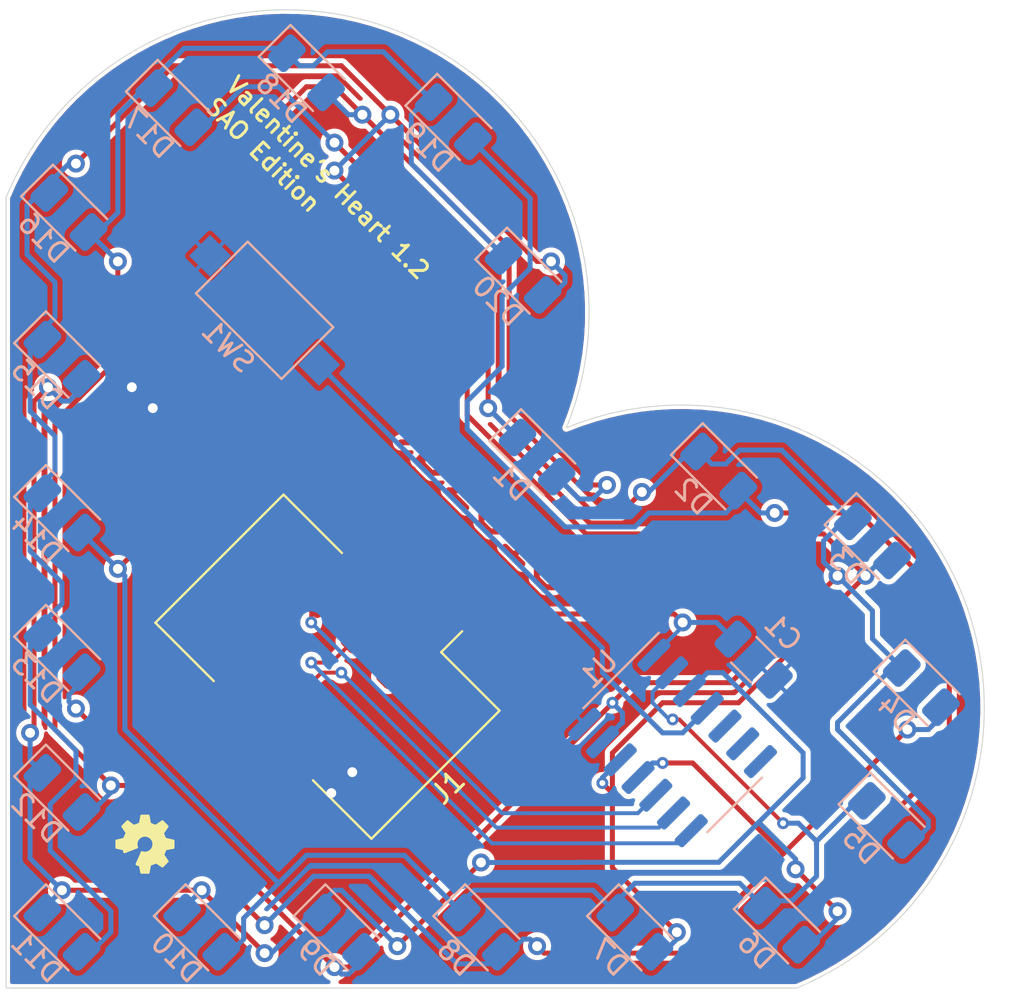
<source format=kicad_pcb>
(kicad_pcb (version 20221018) (generator pcbnew)
  (layers (0 "F.Cu" signal) (31 "B.Cu" signal) (34 "B.Paste" user) (35 "F.Paste" user) (36 "B.SilkS" user "B.Silkscreen") (37 "F.SilkS" user "F.Silkscreen") (38 "B.Mask" user) (39 "F.Mask" user) (44 "Edge.Cuts" user))
  (net 0 "")
  (net 1 "GND")
  (net 2 "/CHARLIEPLEX0")
  (net 3 "/CHARLIEPLEX1")
  (net 4 "/CHARLIEPLEX2")
  (net 5 "/CHARLIEPLEX3")
  (net 6 "/CHARLIEPLEX4")
  (net 7 "/BUTTON")
  (net 8 "+3.3V")
  (net 10 "/SDA")
  (net 11 "/UPDI")
  (net 12 "/SCL")
  (footprint "valentines-heart-punk-r1.2-rotated:OSHW_FILLX100_NOTEXT" (layer "F.Cu") (at 128.983592 122.258359 -45)
    (fp_text reference "LOGO1" hide)
    (fp_text value "OSHW_LOGO_FILLX0100-NT" hide)
  )
  (footprint "Connector_IDC:IDC-Header_2x03_P2.54mm_Vertical_SMD" (layer "F.Cu") (at 140.014492 113.490259 -135)
    (fp_text reference "J1" (at 0 -8.62 45) (layer "F.SilkS"))
    (fp_text value "Conn_02x03_Odd_Even")
    (pad "1" smd roundrect (at -3.8 -2.54 225) (size 5 1.02) (layers "F.Cu" "F.Paste" "F.Mask") (net 8 "+3.3V"))
    (pad "2" smd roundrect (at 3.8 -2.54 225) (size 5 1.02) (layers "F.Cu" "F.Paste" "F.Mask") (net 1 "GND"))
    (pad "3" smd roundrect (at -3.8 0 225) (size 5 1.02) (layers "F.Cu" "F.Paste" "F.Mask") (net 10 "/SDA"))
    (pad "4" smd roundrect (at 3.8 0 225) (size 5 1.02) (layers "F.Cu" "F.Paste" "F.Mask") (net 12 "/SCL"))
    (pad "5" smd roundrect (at -3.8 2.54 225) (size 5 1.02) (layers "F.Cu" "F.Paste" "F.Mask") (net 11 "/UPDI"))
    (pad "6" smd roundrect (at 3.8 2.54 225) (size 5 1.02) (layers "F.Cu" "F.Paste" "F.Mask"))
  )
  (footprint "valentines-heart-punk-r1.2-rotated:RGLOGO_SMALL_2015" (layer "F.Cu") (at 144.610692 103.237159 -45)
    (fp_text reference "U$1" hide)
    (fp_text value "" hide)
    (fp_line (start -1.397 -1.7272) (end -1.397 -1.0922) (stroke (width 0.3048)) (layer "F.Cu"))
    (fp_line (start -1.397 -1.0922) (end -1.0922 -0.7874) (stroke (width 0.3048)) (layer "F.Cu"))
    (fp_line (start -1.397 -0.1524) (end -0.7874 -0.7874) (stroke (width 0.3048)) (layer "F.Cu"))
    (fp_line (start -1.0922 -2.032) (end -1.397 -1.7272) (stroke (width 0.3048)) (layer "F.Cu"))
    (fp_line (start -1.0922 -0.7874) (end -0.7874 -0.7874) (stroke (width 0.3048)) (layer "F.Cu"))
    (fp_line (start -0.7874 -0.7874) (end -0.1524 -0.7874) (stroke (width 0.3048)) (layer "F.Cu"))
    (fp_line (start -0.1524 -2.032) (end -1.0922 -2.032) (stroke (width 0.3048)) (layer "F.Cu"))
    (fp_line (start -0.1524 -1.7272) (end -0.1524 -2.032) (stroke (width 0.3048)) (layer "F.Cu"))
    (fp_line (start -0.1524 -1.7272) (end 0.1524 -2.032) (stroke (width 0.3048)) (layer "F.Cu"))
    (fp_line (start -0.1524 -0.7874) (end -0.1524 -1.7272) (stroke (width 0.3048)) (layer "F.Cu"))
    (fp_line (start -0.1524 -0.4572) (end -0.1524 -0.7874) (stroke (width 0.3048)) (layer "F.Cu"))
    (fp_line (start -0.1524 -0.1524) (end -0.1524 -0.4572) (stroke (width 0.3048)) (layer "F.Cu"))
    (fp_line (start 0.1524 -2.032) (end 0.762 -2.032) (stroke (width 0.3048)) (layer "F.Cu"))
    (fp_line (start 0.1524 -0.1524) (end -0.1524 -0.4572) (stroke (width 0.3048)) (layer "F.Cu"))
    (fp_line (start 0.4572 -1.0922) (end 1.0922 -1.0922) (stroke (width 0.3048)) (layer "F.Cu"))
    (fp_line (start 0.762 -2.032) (end 1.0668 -1.7272) (stroke (width 0.3048)) (layer "F.Cu"))
    (fp_line (start 0.7874 -0.1524) (end 0.1524 -0.1524) (stroke (width 0.3048)) (layer "F.Cu"))
    (fp_line (start 1.0922 -1.0922) (end 1.0922 -0.4826) (stroke (width 0.3048)) (layer "F.Cu"))
    (fp_line (start 1.0922 -0.4826) (end 0.7874 -0.1524) (stroke (width 0.3048)) (layer "F.Cu"))
    (fp_line (start 2.032 -1.6764) (end 2.3622 -2.0066) (stroke (width 0.3048)) (layer "F.Cu"))
    (fp_line (start 2.032 -0.1524) (end 3.2766 -1.3716) (stroke (width 0.3048)) (layer "F.Cu"))
    (fp_line (start 2.3622 -2.0066) (end 2.9718 -2.0066) (stroke (width 0.3048)) (layer "F.Cu"))
    (fp_line (start 2.9718 -2.0066) (end 3.2766 -1.7018) (stroke (width 0.3048)) (layer "F.Cu"))
    (fp_line (start 3.2766 -1.3716) (end 3.2766 -1.6764) (stroke (width 0.3048)) (layer "F.Cu"))
    (fp_line (start 3.2766 -0.1524) (end 2.032 -0.1524) (stroke (width 0.3048)) (layer "F.Cu"))
    (fp_line (start 4.064 -1.6764) (end 4.064 -0.4572) (stroke (width 0.3048)) (layer "F.Cu"))
    (fp_line (start 4.064 -0.4572) (end 5.2578 -1.6764) (stroke (width 0.3048)) (layer "F.Cu"))
    (fp_line (start 4.3688 -1.9812) (end 4.064 -1.6764) (stroke (width 0.3048)) (layer "F.Cu"))
    (fp_line (start 4.3688 -0.1524) (end 4.064 -0.4572) (stroke (width 0.3048)) (layer "F.Cu"))
    (fp_line (start 4.3688 -0.1524) (end 4.9784 -0.1524) (stroke (width 0.3048)) (layer "F.Cu"))
    (fp_line (start 4.9784 -1.9812) (end 4.3688 -1.9812) (stroke (width 0.3048)) (layer "F.Cu"))
    (fp_line (start 4.9784 -0.1524) (end 5.2832 -0.4572) (stroke (width 0.3048)) (layer "F.Cu"))
    (fp_line (start 5.2832 -1.6764) (end 4.9784 -1.9812) (stroke (width 0.3048)) (layer "F.Cu"))
    (fp_line (start 5.2832 -0.4572) (end 5.2832 -1.6764) (stroke (width 0.3048)) (layer "F.Cu"))
    (fp_line (start 6.0642 -0.1524) (end 7.2961 -0.1524) (stroke (width 0.3048)) (layer "F.Cu"))
    (fp_line (start 6.6865 -1.9812) (end 6.0706 -1.3653) (stroke (width 0.3048)) (layer "F.Cu"))
    (fp_line (start 6.6866 -1.9622) (end 6.6866 -0.1715) (stroke (width 0.3048)) (layer "F.Cu"))
    (fp_line (start 8.0264 -1.9812) (end 8.0264 -1.0668) (stroke (width 0.3048)) (layer "F.Cu"))
    (fp_line (start 8.3312 -0.1524) (end 8.0264 -0.4572) (stroke (width 0.3048)) (layer "F.Cu"))
    (fp_line (start 8.6614 -1.3716) (end 8.0264 -1.0668) (stroke (width 0.3048)) (layer "F.Cu"))
    (fp_line (start 8.6614 -1.3716) (end 8.9916 -1.3716) (stroke (width 0.3048)) (layer "F.Cu"))
    (fp_line (start 8.9662 -0.1524) (end 8.3312 -0.1524) (stroke (width 0.3048)) (layer "F.Cu"))
    (fp_line (start 8.9916 -1.3716) (end 9.271 -1.0922) (stroke (width 0.3048)) (layer "F.Cu"))
    (fp_line (start 9.271 -1.9812) (end 8.0264 -1.9812) (stroke (width 0.3048)) (layer "F.Cu"))
    (fp_line (start 9.271 -1.0668) (end 9.271 -0.4572) (stroke (width 0.3048)) (layer "F.Cu"))
    (fp_line (start 9.271 -0.4572) (end 8.9662 -0.1524) (stroke (width 0.3048)) (layer "F.Cu"))
  )
  (footprint "LED_SMD:LED_1206_3216Metric" (layer "B.Cu") (at 140.721592 126.925259 -45)
    (fp_text reference "D9" (at 0 1.82 135) (layer "B.SilkS") (effects (justify mirror)))
    (fp_text value "LED")
    (pad "1" smd roundrect (at -1.4 0 315) (size 1.25 1.75) (layers "B.Cu" "B.Paste" "B.Mask") (roundrect_rratio 0.2) (net 4 "/CHARLIEPLEX2"))
    (pad "2" smd roundrect (at 1.4 0 315) (size 1.25 1.75) (layers "B.Cu" "B.Paste" "B.Mask") (roundrect_rratio 0.2) (net 2 "/CHARLIEPLEX0"))
  )
  (footprint "LED_SMD:LED_1206_3216Metric" (layer "B.Cu") (at 159.813492 103.590759 -45)
    (fp_text reference "D2" (at 0 1.82 135) (layer "B.SilkS") (effects (justify mirror)))
    (fp_text value "LED")
    (pad "1" smd roundrect (at -1.4 0 315) (size 1.25 1.75) (layers "B.Cu" "B.Paste" "B.Mask") (roundrect_rratio 0.2) (net 2 "/CHARLIEPLEX0"))
    (pad "2" smd roundrect (at 1.4 0 315) (size 1.25 1.75) (layers "B.Cu" "B.Paste" "B.Mask") (roundrect_rratio 0.2) (net 4 "/CHARLIEPLEX2"))
  )
  (footprint "LED_SMD:LED_1206_3216Metric" (layer "B.Cu") (at 162.995492 126.571759 -45)
    (fp_text reference "D6" (at 0 1.82 135) (layer "B.SilkS") (effects (justify mirror)))
    (fp_text value "LED")
    (pad "1" smd roundrect (at -1.4 0 315) (size 1.25 1.75) (layers "B.Cu" "B.Paste" "B.Mask") (roundrect_rratio 0.2) (net 3 "/CHARLIEPLEX1"))
    (pad "2" smd roundrect (at 1.4 0 315) (size 1.25 1.75) (layers "B.Cu" "B.Paste" "B.Mask") (roundrect_rratio 0.2) (net 4 "/CHARLIEPLEX2"))
  )
  (footprint "LED_SMD:LED_1206_3216Metric" (layer "B.Cu") (at 132.236292 85.205959 -45)
    (fp_text reference "D17" (at 0 1.82 135) (layer "B.SilkS") (effects (justify mirror)))
    (fp_text value "LED")
    (pad "1" smd roundrect (at -1.4 0 315) (size 1.25 1.75) (layers "B.Cu" "B.Paste" "B.Mask") (roundrect_rratio 0.2) (net 6 "/CHARLIEPLEX4"))
    (pad "2" smd roundrect (at 1.4 0 315) (size 1.25 1.75) (layers "B.Cu" "B.Paste" "B.Mask") (roundrect_rratio 0.2) (net 2 "/CHARLIEPLEX0"))
  )
  (footprint "Capacitor_SMD:C_1206_3216Metric" (layer "B.Cu") (at 161.581292 113.136659 -45)
    (fp_text reference "C1" (at 0.077816 -2.024706 135) (layer "B.SilkS") (effects (justify mirror)))
    (fp_text value "100n")
    (pad "1" smd roundrect (at -1.475 0 315) (size 1.15 1.8) (layers "B.Cu" "B.Paste" "B.Mask") (roundrect_rratio 0.217391) (net 8 "+3.3V"))
    (pad "2" smd roundrect (at 1.475 0 315) (size 1.15 1.8) (layers "B.Cu" "B.Paste" "B.Mask") (roundrect_rratio 0.217391) (net 1 "GND"))
  )
  (footprint "LED_SMD:LED_1206_3216Metric" (layer "B.Cu") (at 149.913992 93.691259 -45)
    (fp_text reference "D20" (at 0 1.82 135) (layer "B.SilkS") (effects (justify mirror)))
    (fp_text value "LED")
    (pad "1" smd roundrect (at -1.4 0 315) (size 1.25 1.75) (layers "B.Cu" "B.Paste" "B.Mask") (roundrect_rratio 0.2) (net 6 "/CHARLIEPLEX4"))
    (pad "2" smd roundrect (at 1.4 0 315) (size 1.25 1.75) (layers "B.Cu" "B.Paste" "B.Mask") (roundrect_rratio 0.2) (net 5 "/CHARLIEPLEX3"))
  )
  (footprint "LED_SMD:LED_1206_3216Metric" (layer "B.Cu") (at 168.298792 121.268459 -45)
    (fp_text reference "D5" (at 0 1.82 135) (layer "B.SilkS") (effects (justify mirror)))
    (fp_text value "LED")
    (pad "1" smd roundrect (at -1.4 0 315) (size 1.25 1.75) (layers "B.Cu" "B.Paste" "B.Mask") (roundrect_rratio 0.2) (net 3 "/CHARLIEPLEX1"))
    (pad "2" smd roundrect (at 1.4 0 315) (size 1.25 1.75) (layers "B.Cu" "B.Paste" "B.Mask") (roundrect_rratio 0.2) (net 2 "/CHARLIEPLEX0"))
  )
  (footprint "LED_SMD:LED_1206_3216Metric" (layer "B.Cu") (at 146.378492 85.913059 -45)
    (fp_text reference "D19" (at 0 1.82 135) (layer "B.SilkS") (effects (justify mirror)))
    (fp_text value "LED")
    (pad "1" smd roundrect (at -1.4 0 315) (size 1.25 1.75) (layers "B.Cu" "B.Paste" "B.Mask") (roundrect_rratio 0.2) (net 6 "/CHARLIEPLEX4"))
    (pad "2" smd roundrect (at 1.4 0 315) (size 1.25 1.75) (layers "B.Cu" "B.Paste" "B.Mask") (roundrect_rratio 0.2) (net 4 "/CHARLIEPLEX2"))
  )
  (footprint "Button_Switch_SMD:SW_SPST_CK_RS282G05A3" (layer "B.Cu") (at 136.832492 95.459059 -45)
    (fp_text reference "SW1" (at 0 2.6 135) (layer "B.SilkS") (effects (justify mirror)))
    (fp_text value "SW_Push")
    (pad "1" smd rect (at -3.9 0 315) (size 1.5 1.5) (layers "B.Cu" "B.Paste" "B.Mask") (net 1 "GND"))
    (pad "2" smd rect (at 3.9 0 315) (size 1.5 1.5) (layers "B.Cu" "B.Paste" "B.Mask") (net 7 "/BUTTON"))
  )
  (footprint "LED_SMD:LED_1206_3216Metric" (layer "B.Cu") (at 147.792692 126.925259 -45)
    (fp_text reference "D8" (at 0 1.82 135) (layer "B.SilkS") (effects (justify mirror)))
    (fp_text value "LED")
    (pad "1" smd roundrect (at -1.4 0 315) (size 1.25 1.75) (layers "B.Cu" "B.Paste" "B.Mask") (roundrect_rratio 0.2) (net 3 "/CHARLIEPLEX1"))
    (pad "2" smd roundrect (at 1.4 0 315) (size 1.25 1.75) (layers "B.Cu" "B.Paste" "B.Mask") (roundrect_rratio 0.2) (net 6 "/CHARLIEPLEX4"))
  )
  (footprint "LED_SMD:LED_1206_3216Metric" (layer "B.Cu") (at 126.579492 112.783159 -45)
    (fp_text reference "D13" (at 0 1.82 135) (layer "B.SilkS") (effects (justify mirror)))
    (fp_text value "LED")
    (pad "1" smd roundrect (at -1.4 0 315) (size 1.25 1.75) (layers "B.Cu" "B.Paste" "B.Mask") (roundrect_rratio 0.2) (net 5 "/CHARLIEPLEX3"))
    (pad "2" smd roundrect (at 1.4 0 315) (size 1.25 1.75) (layers "B.Cu" "B.Paste" "B.Mask") (roundrect_rratio 0.2) (net 2 "/CHARLIEPLEX0"))
  )
  (footprint "LED_SMD:LED_1206_3216Metric" (layer "B.Cu") (at 150.621092 102.883659 -45)
    (fp_text reference "D1" (at 0 1.82 135) (layer "B.SilkS") (effects (justify mirror)))
    (fp_text value "LED")
    (pad "1" smd roundrect (at -1.4 0 315) (size 1.25 1.75) (layers "B.Cu" "B.Paste" "B.Mask") (roundrect_rratio 0.2) (net 2 "/CHARLIEPLEX0"))
    (pad "2" smd roundrect (at 1.4 0 315) (size 1.25 1.75) (layers "B.Cu" "B.Paste" "B.Mask") (roundrect_rratio 0.2) (net 3 "/CHARLIEPLEX1"))
  )
  (footprint "LED_SMD:LED_1206_3216Metric" (layer "B.Cu") (at 126.579492 105.712059 -45)
    (fp_text reference "D14" (at 0 1.82 135) (layer "B.SilkS") (effects (justify mirror)))
    (fp_text value "LED")
    (pad "1" smd roundrect (at -1.4 0 315) (size 1.25 1.75) (layers "B.Cu" "B.Paste" "B.Mask") (roundrect_rratio 0.2) (net 5 "/CHARLIEPLEX3"))
    (pad "2" smd roundrect (at 1.4 0 315) (size 1.25 1.75) (layers "B.Cu" "B.Paste" "B.Mask") (roundrect_rratio 0.2) (net 3 "/CHARLIEPLEX1"))
  )
  (footprint "LED_SMD:LED_1206_3216Metric" (layer "B.Cu") (at 155.570892 126.925259 -45)
    (fp_text reference "D7" (at 0 1.82 135) (layer "B.SilkS") (effects (justify mirror)))
    (fp_text value "LED")
    (pad "1" smd roundrect (at -1.4 0 315) (size 1.25 1.75) (layers "B.Cu" "B.Paste" "B.Mask") (roundrect_rratio 0.2) (net 3 "/CHARLIEPLEX1"))
    (pad "2" smd roundrect (at 1.4 0 315) (size 1.25 1.75) (layers "B.Cu" "B.Paste" "B.Mask") (roundrect_rratio 0.2) (net 5 "/CHARLIEPLEX3"))
  )
  (footprint "LED_SMD:LED_1206_3216Metric" (layer "B.Cu") (at 167.591692 107.126259 -45)
    (fp_text reference "D3" (at 0 1.82 135) (layer "B.SilkS") (effects (justify mirror)))
    (fp_text value "LED")
    (pad "1" smd roundrect (at -1.4 0 315) (size 1.25 1.75) (layers "B.Cu" "B.Paste" "B.Mask") (roundrect_rratio 0.2) (net 2 "/CHARLIEPLEX0"))
    (pad "2" smd roundrect (at 1.4 0 315) (size 1.25 1.75) (layers "B.Cu" "B.Paste" "B.Mask") (roundrect_rratio 0.2) (net 5 "/CHARLIEPLEX3"))
  )
  (footprint "LED_SMD:LED_1206_3216Metric" (layer "B.Cu") (at 126.932992 90.509259 -45)
    (fp_text reference "D16" (at 0 1.82 135) (layer "B.SilkS") (effects (justify mirror)))
    (fp_text value "LED")
    (pad "1" smd roundrect (at -1.4 0 315) (size 1.25 1.75) (layers "B.Cu" "B.Paste" "B.Mask") (roundrect_rratio 0.2) (net 5 "/CHARLIEPLEX3"))
    (pad "2" smd roundrect (at 1.4 0 315) (size 1.25 1.75) (layers "B.Cu" "B.Paste" "B.Mask") (roundrect_rratio 0.2) (net 6 "/CHARLIEPLEX4"))
  )
  (footprint "LED_SMD:LED_1206_3216Metric" (layer "B.Cu") (at 138.953792 83.438259 -45)
    (fp_text reference "D18" (at 0 1.82 135) (layer "B.SilkS") (effects (justify mirror)))
    (fp_text value "LED")
    (pad "1" smd roundrect (at -1.4 0 315) (size 1.25 1.75) (layers "B.Cu" "B.Paste" "B.Mask") (roundrect_rratio 0.2) (net 6 "/CHARLIEPLEX4"))
    (pad "2" smd roundrect (at 1.4 0 315) (size 1.25 1.75) (layers "B.Cu" "B.Paste" "B.Mask") (roundrect_rratio 0.2) (net 3 "/CHARLIEPLEX1"))
  )
  (footprint "LED_SMD:LED_1206_3216Metric" (layer "B.Cu") (at 126.579492 126.925259 -45)
    (fp_text reference "D11" (at 0 1.82 135) (layer "B.SilkS") (effects (justify mirror)))
    (fp_text value "LED")
    (pad "1" smd roundrect (at -1.4 0 315) (size 1.25 1.75) (layers "B.Cu" "B.Paste" "B.Mask") (roundrect_rratio 0.2) (net 4 "/CHARLIEPLEX2"))
    (pad "2" smd roundrect (at 1.4 0 315) (size 1.25 1.75) (layers "B.Cu" "B.Paste" "B.Mask") (roundrect_rratio 0.2) (net 5 "/CHARLIEPLEX3"))
  )
  (footprint "LED_SMD:LED_1206_3216Metric" (layer "B.Cu") (at 133.650492 126.925259 -45)
    (fp_text reference "D10" (at 0 1.82 135) (layer "B.SilkS") (effects (justify mirror)))
    (fp_text value "LED")
    (pad "1" smd roundrect (at -1.4 0 315) (size 1.25 1.75) (layers "B.Cu" "B.Paste" "B.Mask") (roundrect_rratio 0.2) (net 4 "/CHARLIEPLEX2"))
    (pad "2" smd roundrect (at 1.4 0 315) (size 1.25 1.75) (layers "B.Cu" "B.Paste" "B.Mask") (roundrect_rratio 0.2) (net 3 "/CHARLIEPLEX1"))
  )
  (footprint "LED_SMD:LED_1206_3216Metric" (layer "B.Cu") (at 170.066492 114.550959 -45)
    (fp_text reference "D4" (at 0 1.82 135) (layer "B.SilkS") (effects (justify mirror)))
    (fp_text value "LED")
    (pad "1" smd roundrect (at -1.4 0 315) (size 1.25 1.75) (layers "B.Cu" "B.Paste" "B.Mask") (roundrect_rratio 0.2) (net 2 "/CHARLIEPLEX0"))
    (pad "2" smd roundrect (at 1.4 0 315) (size 1.25 1.75) (layers "B.Cu" "B.Paste" "B.Mask") (roundrect_rratio 0.2) (net 6 "/CHARLIEPLEX4"))
  )
  (footprint "Package_SO:SOIC-14_3.9x8.7mm_P1.27mm" (layer "B.Cu") (at 157.48 117.348 -135)
    (fp_text reference "U1" (at 0 5.28 45) (layer "B.SilkS") (effects (justify mirror)))
    (fp_text value "ATtiny3224-SS")
    (pad "1" smd roundrect (at -2.475 3.81 225) (size 1.95 0.6) (layers "B.Cu" "B.Paste" "B.Mask") (net 8 "+3.3V"))
    (pad "2" smd roundrect (at -2.475 2.54 225) (size 1.95 0.6) (layers "B.Cu" "B.Paste" "B.Mask") (net 3 "/CHARLIEPLEX1"))
    (pad "3" smd roundrect (at -2.475 1.27 225) (size 1.95 0.6) (layers "B.Cu" "B.Paste" "B.Mask") (net 4 "/CHARLIEPLEX2"))
    (pad "4" smd roundrect (at -2.475 0 225) (size 1.95 0.6) (layers "B.Cu" "B.Paste" "B.Mask") (net 7 "/BUTTON"))
    (pad "5" smd roundrect (at -2.475 -1.27 225) (size 1.95 0.6) (layers "B.Cu" "B.Paste" "B.Mask"))
    (pad "6" smd roundrect (at -2.475 -2.54 225) (size 1.95 0.6) (layers "B.Cu" "B.Paste" "B.Mask"))
    (pad "7" smd roundrect (at -2.475 -3.81 225) (size 1.95 0.6) (layers "B.Cu" "B.Paste" "B.Mask"))
    (pad "8" smd roundrect (at 2.475 -3.81 225) (size 1.95 0.6) (layers "B.Cu" "B.Paste" "B.Mask") (net 10 "/SDA"))
    (pad "9" smd roundrect (at 2.475 -2.54 225) (size 1.95 0.6) (layers "B.Cu" "B.Paste" "B.Mask") (net 12 "/SCL"))
    (pad "10" smd roundrect (at 2.475 -1.27 225) (size 1.95 0.6) (layers "B.Cu" "B.Paste" "B.Mask") (net 11 "/UPDI"))
    (pad "11" smd roundrect (at 2.475 0 225) (size 1.95 0.6) (layers "B.Cu" "B.Paste" "B.Mask") (net 6 "/CHARLIEPLEX4"))
    (pad "12" smd roundrect (at 2.475 1.27 225) (size 1.95 0.6) (layers "B.Cu" "B.Paste" "B.Mask") (net 5 "/CHARLIEPLEX3"))
    (pad "13" smd roundrect (at 2.475 2.54 225) (size 1.95 0.6) (layers "B.Cu" "B.Paste" "B.Mask") (net 2 "/CHARLIEPLEX0"))
    (pad "14" smd roundrect (at 2.475 3.81 225) (size 1.95 0.6) (layers "B.Cu" "B.Paste" "B.Mask") (net 1 "GND"))
  )
  (footprint "LED_SMD:LED_1206_3216Metric" (layer "B.Cu") (at 126.579492 97.933859 -45)
    (fp_text reference "D15" (at 0 1.82 135) (layer "B.SilkS") (effects (justify mirror)))
    (fp_text value "LED")
    (pad "1" smd roundrect (at -1.4 0 315) (size 1.25 1.75) (layers "B.Cu" "B.Paste" "B.Mask") (roundrect_rratio 0.2) (net 5 "/CHARLIEPLEX3"))
    (pad "2" smd roundrect (at 1.4 0 315) (size 1.25 1.75) (layers "B.Cu" "B.Paste" "B.Mask") (roundrect_rratio 0.2) (net 4 "/CHARLIEPLEX2"))
  )
  (footprint "LED_SMD:LED_1206_3216Metric" (layer "B.Cu") (at 126.579492 119.854259 -45)
    (fp_text reference "D12" (at 0 1.82 135) (layer "B.SilkS") (effects (justify mirror)))
    (fp_text value "LED")
    (pad "1" smd roundrect (at -1.4 0 315) (size 1.25 1.75) (layers "B.Cu" "B.Paste" "B.Mask") (roundrect_rratio 0.2) (net 4 "/CHARLIEPLEX2"))
    (pad "2" smd roundrect (at 1.4 0 315) (size 1.25 1.75) (layers "B.Cu" "B.Paste" "B.Mask") (roundrect_rratio 0.2) (net 6 "/CHARLIEPLEX4"))
  )
  (gr_line (start 123.751092 129.753659) (end 123.751092 89.753859) (stroke (width 0.05)) (layer "Edge.Cuts"))
  (gr_arc (start 152.10099 101.40376) (mid 172.100941 109.753738) (end 163.750892 129.753659) (stroke (width 0.05)) (layer "Edge.Cuts"))
  (gr_arc (start 123.751091 89.753859) (mid 143.751053 81.403709) (end 152.100992 101.403759) (stroke (width 0.05)) (layer "Edge.Cuts"))
  (gr_line (start 163.750892 129.753659) (end 123.751092 129.753659) (stroke (width 0.05)) (layer "Edge.Cuts"))
  (gr_text "Valentine's Heart 1.2" (at 134.711192 84.145359 315) (layer "F.SilkS") (effects (font (size 0.8636 0.8636) (thickness 0.1524)) (justify left bottom)))
  (gr_text "SAO Edition" (at 133.650492 85.205959 315) (layer "F.SilkS") (effects (font (size 0.8636 0.8636) (thickness 0.1524)) (justify left bottom)))
  (via (at 140.208 119.888) (size 0.9064) (drill 0.5) (layers "F.Cu" "B.Cu") (net 1))
  (via (at 141.2687 118.8274) (size 0.9064) (drill 0.5) (layers "F.Cu" "B.Cu") (net 1))
  (via (at 130.114992 99.348159) (size 0.9064) (drill 0.5) (layers "F.Cu" "B.Cu") (net 1))
  (via (at 131.175692 100.408759) (size 0.9064) (drill 0.5) (layers "F.Cu" "B.Cu") (net 1))
  (segment (start 148.146192 94.751959) (end 140.368092 86.973759) (width 0.254) (layer "F.Cu") (net 2))
  (segment (start 141.075192 128.693059) (end 154.510192 115.258059) (width 0.254) (layer "F.Cu") (net 2))
  (segment (start 154.510192 115.258059) (end 154.489941 115.258059) (width 0.254) (layer "F.Cu") (net 2))
  (segment (start 155.924392 104.651459) (end 154.863692 105.712059) (width 0.254) (layer "F.Cu") (net 2))
  (segment (start 127.286592 115.611559) (end 140.368092 128.693059) (width 0.254) (layer "F.Cu") (net 2))
  (segment (start 154.489941 115.258059) (end 154.432 115.316) (width 0.254) (layer "F.Cu") (net 2))
  (segment (start 165.823892 108.894059) (end 160.417951 114.3) (width 0.254) (layer "F.Cu") (net 2))
  (segment (start 140.368092 128.693059) (end 141.075192 128.693059) (width 0.254) (layer "F.Cu") (net 2))
  (segment (start 148.146192 100.408759) (end 148.146192 94.751959) (width 0.254) (layer "F.Cu") (net 2))
  (segment (start 155.448 114.3) (end 154.489941 115.258059) (width 0.254) (layer "F.Cu") (net 2))
  (segment (start 154.863692 105.712059) (end 153.449492 105.712059) (width 0.254) (layer "F.Cu") (net 2))
  (segment (start 160.417951 114.3) (end 155.448 114.3) (width 0.254) (layer "F.Cu") (net 2))
  (segment (start 153.449492 105.712059) (end 148.146192 100.408759) (width 0.254) (layer "F.Cu") (net 2))
  (via (at 127.286592 115.611559) (size 0.9064) (drill 0.5) (layers "F.Cu" "B.Cu") (net 2))
  (via (at 154.432 115.316) (size 0.6) (drill 0.3) (layers "F.Cu" "B.Cu") (net 2))
  (via (at 165.823892 108.894059) (size 0.9064) (drill 0.5) (layers "F.Cu" "B.Cu") (net 2))
  (via (at 140.368092 128.693059) (size 0.9064) (drill 0.5) (layers "F.Cu" "B.Cu") (net 2))
  (via (at 155.924392 104.651459) (size 0.9064) (drill 0.5) (layers "F.Cu" "B.Cu") (net 2))
  (via (at 140.368092 86.973759) (size 0.9064) (drill 0.5) (layers "F.Cu" "B.Cu") (net 2))
  (via (at 148.146192 100.408759) (size 0.9064) (drill 0.5) (layers "F.Cu" "B.Cu") (net 2))
  (segment (start 148.146192 100.408759) (end 149.383657 101.646225) (width 0.254) (layer "B.Cu") (net 2))
  (segment (start 159.459892 103.237159) (end 158.576057 102.353325) (width 0.254) (layer "B.Cu") (net 2))
  (segment (start 154.903897 116.332) (end 153.933859 117.302038) (width 0.254) (layer "B.Cu") (net 2))
  (segment (start 135.771892 84.145359) (end 133.473729 86.443397) (width 0.254) (layer "B.Cu") (net 2))
  (segment (start 167.591692 112.076059) (end 168.829057 113.313525) (width 0.254) (layer "B.Cu") (net 2))
  (segment (start 165.823892 116.318659) (end 165.823892 116.672259) (width 0.254) (layer "B.Cu") (net 2))
  (segment (start 160.166992 103.237159) (end 159.459892 103.237159) (width 0.254) (layer "B.Cu") (net 2))
  (segment (start 166.354257 105.888825) (end 162.995492 102.530059) (width 0.254) (layer "B.Cu") (net 2))
  (segment (start 160.874192 102.530059) (end 160.166992 103.237159) (width 0.254) (layer "B.Cu") (net 2))
  (segment (start 165.823892 108.894059) (end 167.591692 110.661859) (width 0.254) (layer "B.Cu") (net 2))
  (segment (start 158.576057 102.353325) (end 156.277992 104.651459) (width 0.254) (layer "B.Cu") (net 2))
  (segment (start 154.94 116.332) (end 154.903897 116.332) (width 0.254) (layer "B.Cu") (net 2))
  (segment (start 140.368092 128.693059) (end 140.721592 129.046559) (width 0.254) (layer "B.Cu") (net 2))
  (segment (start 162.995492 102.530059) (end 160.874192 102.530059) (width 0.254) (layer "B.Cu") (net 2))
  (segment (start 165.116792 108.186959) (end 165.116792 107.126259) (width 0.254) (layer "B.Cu") (net 2))
  (segment (start 140.368092 86.973759) (end 137.539592 84.145359) (width 0.254) (layer "B.Cu") (net 2))
  (segment (start 165.823892 108.894059) (end 165.116792 108.186959) (width 0.254) (layer "B.Cu") (net 2))
  (segment (start 154.94 115.824) (end 154.94 116.332) (width 0.254) (layer "B.Cu") (net 2))
  (segment (start 156.277992 104.651459) (end 155.924392 104.651459) (width 0.254) (layer "B.Cu") (net 2))
  (segment (start 127.286592 115.611559) (end 126.932992 115.258059) (width 0.254) (layer "B.Cu") (net 2))
  (segment (start 154.432 115.316) (end 154.94 115.824) (width 0.254) (layer "B.Cu") (net 2))
  (segment (start 170.420092 121.621959) (end 169.536229 122.505897) (width 0.254) (layer "B.Cu") (net 2))
  (segment (start 126.932992 115.258059) (end 126.932992 114.904459) (width 0.254) (layer "B.Cu") (net 2))
  (segment (start 141.075192 129.046559) (end 141.959029 128.162697) (width 0.254) (layer "B.Cu") (net 2))
  (segment (start 167.591692 110.661859) (end 167.591692 112.076059) (width 0.254) (layer "B.Cu") (net 2))
  (segment (start 165.116792 107.126259) (end 166.354257 105.888825) (width 0.254) (layer "B.Cu") (net 2))
  (segment (start 126.932992 114.904459) (end 127.816929 114.020597) (width 0.254) (layer "B.Cu") (net 2))
  (segment (start 165.823892 116.672259) (end 170.420092 121.268459) (width 0.254) (layer "B.Cu") (net 2))
  (segment (start 168.829057 113.313525) (end 165.823892 116.318659) (width 0.254) (layer "B.Cu") (net 2))
  (segment (start 140.721592 129.046559) (end 141.075192 129.046559) (width 0.254) (layer "B.Cu") (net 2))
  (segment (start 137.539592 84.145359) (end 135.771892 84.145359) (width 0.254) (layer "B.Cu") (net 2))
  (segment (start 170.420092 121.268459) (end 170.420092 121.621959) (width 0.254) (layer "B.Cu") (net 2))
  (segment (start 132.943392 105.004959) (end 132.943392 99.348159) (width 0.254) (layer "F.Cu") (net 3))
  (segment (start 140.368092 84.145359) (end 141.782292 85.559559) (width 0.254) (layer "F.Cu") (net 3))
  (segment (start 157.48 116.1595) (end 157.8155 116.1595) (width 0.2) (layer "F.Cu") (net 3))
  (segment (start 149.206892 100.055259) (end 153.449492 104.297859) (width 0.254) (layer "F.Cu") (net 3))
  (segment (start 130.822092 97.226759) (end 130.822092 92.277059) (width 0.254) (layer "F.Cu") (net 3))
  (segment (start 141.782292 85.559559) (end 149.206892 92.984159) (width 0.254) (layer "F.Cu") (net 3))
  (segment (start 132.943392 99.348159) (end 130.822092 97.226759) (width 0.254) (layer "F.Cu") (net 3))
  (segment (start 138.953792 84.145359) (end 140.368092 84.145359) (width 0.254) (layer "F.Cu") (net 3))
  (segment (start 129.407892 108.540459) (end 132.943392 105.004959) (width 0.254) (layer "F.Cu") (net 3))
  (segment (start 149.206892 92.984159) (end 149.206892 100.055259) (width 0.254) (layer "F.Cu") (net 3))
  (segment (start 157.8155 116.1595) (end 163.068 121.412) (width 0.2) (layer "F.Cu") (net 3))
  (segment (start 130.822092 92.277059) (end 138.953792 84.145359) (width 0.254) (layer "F.Cu") (net 3))
  (segment (start 153.449492 104.297859) (end 154.156592 104.297859) (width 0.254) (layer "F.Cu") (net 3))
  (via (at 141.782292 85.559559) (size 0.9064) (drill 0.5) (layers "F.Cu" "B.Cu") (net 3))
  (via (at 163.068 121.412) (size 0.6) (drill 0.3) (layers "F.Cu" "B.Cu") (net 3))
  (via (at 129.407892 108.540459) (size 0.9064) (drill 0.5) (layers "F.Cu" "B.Cu") (net 3))
  (via (at 154.156592 104.297859) (size 0.9064) (drill 0.5) (layers "F.Cu" "B.Cu") (net 3))
  (via (at 157.48 116.1595) (size 0.6) (drill 0.3) (layers "F.Cu" "B.Cu") (net 3))
  (segment (start 129.761492 108.894059) (end 129.407892 108.540459) (width 0.254) (layer "B.Cu") (net 3))
  (segment (start 129.407892 108.540459) (end 127.816929 106.949497) (width 0.254) (layer "B.Cu") (net 3))
  (segment (start 164.763192 124.096859) (end 164.763192 122.477559) (width 0.254) (layer "B.Cu") (net 3))
  (segment (start 164.763192 122.477559) (end 164.749092 122.477559) (width 0.254) (layer "B.Cu") (net 3))
  (segment (start 160.874192 124.450359) (end 161.758057 125.334325) (width 0.254) (layer "B.Cu") (net 3))
  (segment (start 153.449492 124.803959) (end 154.333457 125.687825) (width 0.254) (layer "B.Cu") (net 3))
  (segment (start 137.539592 124.450359) (end 138.953792 123.036159) (width 0.254) (layer "B.Cu") (net 3))
  (segment (start 154.156592 104.297859) (end 153.449492 105.004959) (width 0.254) (layer "B.Cu") (net 3))
  (segment (start 156.464 115.316) (end 156.972 115.824) (width 0.2) (layer "B.Cu") (net 3))
  (segment (start 147.439092 124.803959) (end 153.449492 124.803959) (width 0.254) (layer "B.Cu") (net 3))
  (segment (start 152.742392 105.004959) (end 151.858529 104.121097) (width 0.254) (layer "B.Cu") (net 3))
  (segment (start 135.771892 126.218159) (end 137.539592 124.450359) (width 0.254) (layer "B.Cu") (net 3))
  (segment (start 138.953792 123.036159) (end 143.903592 123.036159) (width 0.254) (layer "B.Cu") (net 3))
  (segment (start 156.972 115.824) (end 157.3075 116.1595) (width 0.2) (layer "B.Cu") (net 3))
  (segment (start 154.333457 125.687825) (end 155.570892 124.450359) (width 0.254) (layer "B.Cu") (net 3))
  (segment (start 143.903592 123.036159) (end 146.555257 125.687825) (width 0.254) (layer "B.Cu") (net 3))
  (segment (start 155.570892 124.450359) (end 160.874192 124.450359) (width 0.254) (layer "B.Cu") (net 3))
  (segment (start 146.555257 125.687825) (end 147.439092 124.803959) (width 0.254) (layer "B.Cu") (net 3))
  (segment (start 153.449492 105.004959) (end 152.742392 105.004959) (width 0.254) (layer "B.Cu") (net 3))
  (segment (start 135.771892 127.278859) (end 135.771892 126.218159) (width 0.254) (layer "B.Cu") (net 3))
  (segment (start 164.763192 122.329059) (end 163.846133 121.412) (width 0.254) (layer "B.Cu") (net 3))
  (segment (start 141.782292 85.559559) (end 141.075192 85.559559) (width 0.254) (layer "B.Cu") (net 3))
  (segment (start 164.763192 122.329059) (end 167.061357 120.031025) (width 0.254) (layer "B.Cu") (net 3))
  (segment (start 163.846133 121.412) (end 163.068 121.412) (width 0.254) (layer "B.Cu") (net 3))
  (segment (start 157.434038 113.801859) (end 156.464 114.771897) (width 0.2) (layer "B.Cu") (net 3))
  (segment (start 137.539592 124.450359) (end 129.761492 116.672259) (width 0.254) (layer "B.Cu") (net 3))
  (segment (start 134.887929 128.162697) (end 135.771892 127.278859) (width 0.254) (layer "B.Cu") (net 3))
  (segment (start 156.464 114.771897) (end 156.464 115.316) (width 0.2) (layer "B.Cu") (net 3))
  (segment (start 129.761492 116.672259) (end 129.761492 108.894059) (width 0.254) (layer "B.Cu") (net 3))
  (segment (start 157.3075 116.1595) (end 157.48 116.1595) (width 0.2) (layer "B.Cu") (net 3))
  (segment (start 141.075192 85.559559) (end 140.191229 84.675697) (width 0.254) (layer "B.Cu") (net 3))
  (segment (start 163.525792 125.334259) (end 164.763192 124.096859) (width 0.254) (layer "B.Cu") (net 3))
  (segment (start 164.763192 122.477559) (end 164.763192 122.329059) (width 0.254) (layer "B.Cu") (net 3))
  (segment (start 161.758057 125.334325) (end 163.525792 125.334259) (width 0.254) (layer "B.Cu") (net 3))
  (segment (start 171.480792 118.086459) (end 171.480792 113.136659) (width 0.254) (layer "F.Cu") (net 4))
  (segment (start 166.884592 105.712059) (end 162.641892 105.712059) (width 0.254) (layer "F.Cu") (net 4))
  (segment (start 124.968 116.84) (end 125.165292 116.642708) (width 0.254) (layer "F.Cu") (net 4))
  (segment (start 169.712992 111.368959) (end 169.712992 108.540459) (width 0.254) (layer "F.Cu") (net 4))
  (segment (start 163.702592 123.743259) (end 164.763192 124.803959) (width 0.254) (layer "F.Cu") (net 4))
  (segment (start 143.549992 127.632359) (end 147.783144 123.399207) (width 0.254) (layer "F.Cu") (net 4))
  (segment (start 125.165292 100.055259) (end 125.872392 99.348159) (width 0.254) (layer "F.Cu") (net 4))
  (segment (start 125.165292 116.642708) (end 125.165292 100.055259) (width 0.254) (layer "F.Cu") (net 4))
  (segment (start 164.763192 124.803959) (end 165.823892 125.864659) (width 0.254) (layer "F.Cu") (net 4))
  (segment (start 164.763192 124.803959) (end 171.480792 118.086459) (width 0.254) (layer "F.Cu") (net 4))
  (segment (start 133.650492 124.803959) (end 136.832492 127.985959) (width 0.254) (layer "F.Cu") (net 4))
  (segment (start 171.480792 113.136659) (end 169.712992 111.368959) (width 0.254) (layer "F.Cu") (net 4))
  (segment (start 147.783144 123.399207) (end 147.783207 123.399207) (width 0.254) (layer "F.Cu") (net 4))
  (segment (start 126.579492 124.803959) (end 133.650492 124.803959) (width 0.254) (layer "F.Cu") (net 4))
  (segment (start 169.712992 108.540459) (end 166.884592 105.712059) (width 0.254) (layer "F.Cu") (net 4))
  (via (at 125.872392 99.348159) (size 0.9064) (drill 0.5) (layers "F.Cu" "B.Cu") (net 4))
  (via (at 126.579492 124.803959) (size 0.9064) (drill 0.5) (layers "F.Cu" "B.Cu") (net 4))
  (via (at 136.832492 127.985959) (size 0.9064) (drill 0.5) (layers "F.Cu" "B.Cu") (net 4))
  (via (at 163.702592 123.743259) (size 0.9064) (drill 0.5) (layers "F.Cu" "B.Cu") (net 4))
  (via (at 133.650492 124.803959) (size 0.9064) (drill 0.5) (layers "F.Cu" "B.Cu") (net 4))
  (via (at 165.823892 125.864659) (size 0.9064) (drill 0.5) (layers "F.Cu" "B.Cu") (net 4))
  (via (at 143.549992 127.632359) (size 0.9064) (drill 0.5) (layers "F.Cu" "B.Cu") (net 4))
  (via (at 147.783207 123.399207) (size 0.9064) (drill 0.5) (layers "F.Cu" "B.Cu") (net 4))
  (via (at 124.968 116.84) (size 0.9064) (drill 0.5) (layers "F.Cu" "B.Cu") (net 4))
  (via (at 162.641892 105.712059) (size 0.9064) (drill 0.5) (layers "F.Cu" "B.Cu") (net 4))
  (segment (start 164.084 117.856) (end 160.02 113.792) (width 0.254) (layer "B.Cu") (net 4))
  (segment (start 132.766692 125.687859) (end 132.413057 125.687825) (width 0.254) (layer "B.Cu") (net 4))
  (segment (start 124.968 116.84) (end 124.968 118.242768) (width 0.254) (layer "B.Cu") (net 4))
  (segment (start 161.839392 121.363859) (end 164.084 119.119251) (width 0.254) (layer "B.Cu") (net 4))
  (segment (start 126.932992 100.055259) (end 127.816929 99.171297) (width 0.254) (layer "B.Cu") (net 4))
  (segment (start 133.650492 124.803959) (end 132.766692 125.687859) (width 0.254) (layer "B.Cu") (net 4))
  (segment (start 152.742492 123.389759) (end 159.813492 123.389759) (width 0.254) (layer "B.Cu") (net 4))
  (segment (start 148.853292 98.287459) (end 148.853292 94.751959) (width 0.254) (layer "B.Cu") (net 4))
  (segment (start 161.050929 104.828197) (end 160.166992 105.712059) (width 0.254) (layer "B.Cu") (net 4))
  (segment (start 159.813492 123.389759) (end 161.839392 121.363859) (width 0.254) (layer "B.Cu") (net 4))
  (segment (start 165.823892 125.864659) (end 165.823892 126.218159) (width 0.254) (layer "B.Cu") (net 4))
  (segment (start 150.267592 89.802159) (end 147.615929 87.150497) (width 0.254) (layer "B.Cu") (net 4))
  (segment (start 155.570892 106.419159) (end 152.035292 106.419159) (width 0.254) (layer "B.Cu") (net 4))
  (segment (start 139.484157 125.687825) (end 140.368092 124.803959) (width 0.254) (layer "B.Cu") (net 4))
  (segment (start 163.702592 123.227159) (end 163.702592 123.743259) (width 0.254) (layer "B.Cu") (net 4))
  (segment (start 124.968 123.192467) (end 126.579492 124.803959) (width 0.254) (layer "B.Cu") (net 4))
  (segment (start 161.934792 105.712059) (end 161.050929 104.828197) (width 0.254) (layer "B.Cu") (net 4))
  (segment (start 147.783207 123.399207) (end 152.733044 123.399207) (width 0.254) (layer "B.Cu") (net 4))
  (segment (start 140.721592 124.803959) (end 143.549992 127.632359) (width 0.254) (layer "B.Cu") (net 4))
  (segment (start 165.823892 126.218159) (end 164.232929 127.809197) (width 0.254) (layer "B.Cu") (net 4))
  (segment (start 160.02 113.792) (end 159.239949 113.792) (width 0.254) (layer "B.Cu") (net 4))
  (segment (start 124.968 118.990882) (end 124.968 123.192467) (width 0.254) (layer "B.Cu") (net 4))
  (segment (start 156.277992 105.712059) (end 155.570892 106.419159) (width 0.254) (layer "B.Cu") (net 4))
  (segment (start 125.342057 118.616825) (end 124.968 118.990882) (width 0.254) (layer "B.Cu") (net 4))
  (segment (start 162.641892 105.712059) (end 161.934792 105.712059) (width 0.254) (layer "B.Cu") (net 4))
  (segment (start 161.839392 121.363859) (end 163.702592 123.227159) (width 0.254) (layer "B.Cu") (net 4))
  (segment (start 159.239949 113.792) (end 158.332064 114.699885) (width 0.254) (layer "B.Cu") (net 4))
  (segment (start 136.832492 127.985959) (end 137.186092 127.985959) (width 0.254) (layer "B.Cu") (net 4))
  (segment (start 126.579492 100.055259) (end 126.932992 100.055259) (width 0.254) (layer "B.Cu") (net 4))
  (segment (start 137.186092 127.985959) (end 139.484157 125.687825) (width 0.254) (layer "B.Cu") (net 4))
  (segment (start 125.342057 125.687825) (end 125.695592 125.687859) (width 0.254) (layer "B.Cu") (net 4))
  (segment (start 147.085592 101.469459) (end 147.085592 100.055259) (width 0.254) (layer "B.Cu") (net 4))
  (segment (start 150.267592 93.337759) (end 150.267592 89.802159) (width 0.254) (layer "B.Cu") (net 4))
  (segment (start 147.085592 100.055259) (end 148.853292 98.287459) (width 0.254) (layer "B.Cu") (net 4))
  (segment (start 140.368092 124.803959) (end 140.721592 124.803959) (width 0.254) (layer "B.Cu") (net 4))
  (segment (start 152.733044 123.399207) (end 152.742492 123.389759) (width 0.254) (layer "B.Cu") (net 4))
  (segment (start 160.166992 105.712059) (end 156.277992 105.712059) (width 0.254) (layer "B.Cu") (net 4))
  (segment (start 148.853292 94.751959) (end 150.267592 93.337759) (width 0.254) (layer "B.Cu") (net 4))
  (segment (start 125.695592 125.687859) (end 126.579492 124.803959) (width 0.254) (layer "B.Cu") (net 4))
  (segment (start 125.872392 99.348159) (end 126.579492 100.055259) (width 0.254) (layer "B.Cu") (net 4))
  (segment (start 164.084 119.119251) (end 164.084 117.856) (width 0.254) (layer "B.Cu") (net 4))
  (segment (start 124.968 118.242768) (end 125.342057 118.616825) (width 0.254) (layer "B.Cu") (net 4))
  (segment (start 152.035292 106.419159) (end 147.085592 101.469459) (width 0.254) (layer "B.Cu") (net 4))
  (segment (start 165.116792 106.772759) (end 167.238092 108.894059) (width 0.254) (layer "F.Cu") (net 5))
  (segment (start 150.621092 92.984159) (end 151.328192 92.984159) (width 0.254) (layer "F.Cu") (net 5))
  (segment (start 132.236292 83.084659) (end 140.721592 83.084659) (width 0.254) (layer "F.Cu") (net 5))
  (segment (start 156.972 115.316) (end 154.432 117.856) (width 0.254) (layer "F.Cu") (net 5))
  (segment (start 147.085592 100.762359) (end 153.095992 106.772759) (width 0.254) (layer "F.Cu") (net 5))
  (segment (start 154.432 117.856) (end 154.432 119.888) (width 0.254) (layer "F.Cu") (net 5))
  (segment (start 147.085592 95.105459) (end 147.085592 100.762359) (width 0.254) (layer "F.Cu") (net 5))
  (segment (start 154.432 119.888) (end 154.432 123.665067) (width 0.254) (layer "F.Cu") (net 5))
  (segment (start 127.286592 88.034359) (end 132.236292 83.084659) (width 0.254) (layer "F.Cu") (net 5))
  (segment (start 140.368092 88.387959) (end 147.085592 95.105459) (width 0.254) (layer "F.Cu") (net 5))
  (segment (start 154.432 119.888) (end 153.924 119.38) (width 0.254) (layer "F.Cu") (net 5))
  (segment (start 167.238092 108.894059) (end 160.816151 115.316) (width 0.254) (layer "F.Cu") (net 5))
  (segment (start 154.432 123.665067) (end 157.692192 126.925259) (width 0.254) (layer "F.Cu") (net 5))
  (segment (start 143.196492 85.559559) (end 150.621092 92.984159) (width 0.254) (layer "F.Cu") (net 5))
  (segment (start 153.095992 106.772759) (end 165.116792 106.772759) (width 0.254) (layer "F.Cu") (net 5))
  (segment (start 160.816151 115.316) (end 156.972 115.316) (width 0.254) (layer "F.Cu") (net 5))
  (segment (start 140.721592 83.084659) (end 143.196492 85.559559) (width 0.254) (layer "F.Cu") (net 5))
  (via (at 143.196492 85.559559) (size 0.9064) (drill 0.5) (layers "F.Cu" "B.Cu") (net 5))
  (via (at 151.328192 92.984159) (size 0.9064) (drill 0.5) (layers "F.Cu" "B.Cu") (net 5))
  (via (at 167.238092 108.894059) (size 0.9064) (drill 0.5) (layers "F.Cu" "B.Cu") (net 5))
  (via (at 127.286592 88.034359) (size 0.9064) (drill 0.5) (layers "F.Cu" "B.Cu") (net 5))
  (via (at 140.368092 88.387959) (size 0.9064) (drill 0.5) (layers "F.Cu" "B.Cu") (net 5))
  (via (at 157.692192 126.925259) (size 0.9064) (drill 0.5) (layers "F.Cu" "B.Cu") (net 5))
  (via (at 153.924 119.38) (size 0.6) (drill 0.3) (layers "F.Cu" "B.Cu") (net 5))
  (segment (start 153.924 119.38) (end 153.924 119.107949) (width 0.254) (layer "B.Cu") (net 5))
  (segment (start 124.968 97.070482) (end 125.342057 96.696425) (width 0.254) (layer "B.Cu") (net 5))
  (segment (start 124.968 107.636167) (end 124.968 104.848682) (width 0.254) (layer "B.Cu") (net 5))
  (segment (start 126.579492 110.308259) (end 126.579492 109.247659) (width 0.254) (layer "B.Cu") (net 5))
  (segment (start 124.811692 92.630559) (end 124.811692 90.155759) (width 0.254) (layer "B.Cu") (net 5))
  (segment (start 129.054392 126.925259) (end 129.054392 125.864659) (width 0.254) (layer "B.Cu") (net 5))
  (segment (start 126.225892 94.044859) (end 124.811692 92.630559) (width 0.254) (layer "B.Cu") (net 5))
  (segment (start 124.968 100.565067) (end 124.968 97.070482) (width 0.254) (layer "B.Cu") (net 5))
  (segment (start 124.968 115.414267) (end 124.968 111.919782) (width 0.254) (layer "B.Cu") (net 5))
  (segment (start 157.692192 127.278859) (end 156.808329 128.162697) (width 0.254) (layer "B.Cu") (net 5))
  (segment (start 157.692192 126.925259) (end 157.692192 127.278859) (width 0.254) (layer "B.Cu") (net 5))
  (segment (start 126.579492 109.247659) (end 124.968 107.636167) (width 0.254) (layer "B.Cu") (net 5))
  (segment (start 125.342057 111.545725) (end 126.579492 110.308259) (width 0.254) (layer "B.Cu") (net 5))
  (segment (start 124.811692 90.155759) (end 125.695557 89.271825) (width 0.254) (layer "B.Cu") (net 5))
  (segment (start 125.342057 104.474625) (end 126.225892 103.590759) (width 0.254) (layer "B.Cu") (net 5))
  (segment (start 127.816929 128.162697) (end 129.054392 126.925259) (width 0.254) (layer "B.Cu") (net 5))
  (segment (start 143.196492 85.559559) (end 140.368092 88.387959) (width 0.254) (layer "B.Cu") (net 5))
  (segment (start 127.286592 119.147059) (end 127.286592 117.732859) (width 0.254) (layer "B.Cu") (net 5))
  (segment (start 125.984 122.794267) (end 125.984 120.449651) (width 0.254) (layer "B.Cu") (net 5))
  (segment (start 129.054392 125.864659) (end 125.984 122.794267) (width 0.254) (layer "B.Cu") (net 5))
  (segment (start 151.328192 92.984159) (end 152.035292 93.691259) (width 0.254) (layer "B.Cu") (net 5))
  (segment (start 126.932992 88.034359) (end 127.286592 88.034359) (width 0.254) (layer "B.Cu") (net 5))
  (segment (start 168.298792 107.833359) (end 168.829129 108.363697) (width 0.254) (layer "B.Cu") (net 5))
  (segment (start 152.035292 93.691259) (end 152.035292 94.044859) (width 0.254) (layer "B.Cu") (net 5))
  (segment (start 126.225892 95.812559) (end 126.225892 94.044859) (width 0.254) (layer "B.Cu") (net 5))
  (segment (start 125.984 120.449651) (end 127.286592 119.147059) (width 0.254) (layer "B.Cu") (net 5))
  (segment (start 167.238092 108.894059) (end 168.298792 107.833359) (width 0.254) (layer "B.Cu") (net 5))
  (segment (start 152.035292 94.044859) (end 151.151429 94.928697) (width 0.254) (layer "B.Cu") (net 5))
  (segment (start 126.225892 101.822959) (end 124.968 100.565067) (width 0.254) (layer "B.Cu") (net 5))
  (segment (start 127.286592 117.732859) (end 124.968 115.414267) (width 0.254) (layer "B.Cu") (net 5))
  (segment (start 126.225892 103.590759) (end 126.225892 101.822959) (width 0.254) (layer "B.Cu") (net 5))
  (segment (start 125.695557 89.271825) (end 126.932992 88.034359) (width 0.254) (layer "B.Cu") (net 5))
  (segment (start 124.968 104.848682) (end 125.342057 104.474625) (width 0.254) (layer "B.Cu") (net 5))
  (segment (start 125.342057 96.696425) (end 126.225892 95.812559) (width 0.254) (layer "B.Cu") (net 5))
  (segment (start 124.968 111.919782) (end 125.342057 111.545725) (width 0.254) (layer "B.Cu") (net 5))
  (segment (start 153.924 119.107949) (end 154.831885 118.200064) (width 0.254) (layer "B.Cu") (net 5))
  (segment (start 156.972 118.364) (end 158.496 118.364) (width 0.254) (layer "F.Cu") (net 6))
  (segment (start 129.761492 119.500659) (end 136.832492 126.571759) (width 0.254) (layer "F.Cu") (net 6))
  (segment (start 150.974692 127.985959) (end 150.621092 127.632359) (width 0.254) (layer "F.Cu") (net 6))
  (segment (start 129.054392 119.500659) (end 129.761492 119.500659) (width 0.254) (layer "F.Cu") (net 6))
  (segment (start 126.225892 116.672259) (end 126.225892 101.115859) (width 0.254) (layer "F.Cu") (net 6))
  (segment (start 129.054392 119.500659) (end 126.225892 116.672259) (width 0.254) (layer "F.Cu") (net 6))
  (segment (start 158.496 118.364) (end 163.068 122.936) (width 0.254) (layer "F.Cu") (net 6))
  (segment (start 163.081826 122.949825) (end 169.359392 116.672259) (width 0.254) (layer "F.Cu") (net 6))
  (segment (start 163.068 122.936) (end 163.068 122.963651) (width 0.254) (layer "F.Cu") (net 6))
  (segment (start 158.045692 127.985959) (end 150.974692 127.985959) (width 0.254) (layer "F.Cu") (net 6))
  (segment (start 129.407892 97.933859) (end 129.407892 92.984159) (width 0.254) (layer "F.Cu") (net 6))
  (segment (start 163.068 122.963651) (end 158.045692 127.985959) (width 0.254) (layer "F.Cu") (net 6))
  (segment (start 126.225892 101.115859) (end 129.407892 97.933859) (width 0.254) (layer "F.Cu") (net 6))
  (segment (start 163.081826 122.949826) (end 163.081826 122.949825) (width 0.254) (layer "F.Cu") (net 6))
  (via (at 169.359392 116.672259) (size 0.9064) (drill 0.5) (layers "F.Cu" "B.Cu") (net 6))
  (via (at 150.621092 127.632359) (size 0.9064) (drill 0.5) (layers "F.Cu" "B.Cu") (net 6))
  (via (at 129.407892 92.984159) (size 0.9064) (drill 0.5) (layers "F.Cu" "B.Cu") (net 6))
  (via (at 136.832492 126.571759) (size 0.9064) (drill 0.5) (layers "F.Cu" "B.Cu") (net 6))
  (via (at 129.054392 119.500659) (size 0.9064) (drill 0.5) (layers "F.Cu" "B.Cu") (net 6))
  (via (at 156.972 118.364) (size 0.6) (drill 0.3) (layers "F.Cu" "B.Cu") (net 6))
  (segment (start 140.014492 82.377559) (end 142.842892 82.377559) (width 0.254) (layer "B.Cu") (net 6))
  (segment (start 149.030129 128.162697) (end 149.913992 127.278859) (width 0.254) (layer "B.Cu") (net 6))
  (segment (start 127.816929 121.091697) (end 129.054392 119.854259) (width 0.254) (layer "B.Cu") (net 6))
  (segment (start 156.972 118.364) (end 156.464 118.364) (width 0.254) (layer "B.Cu") (net 6))
  (segment (start 142.135792 124.096859) (end 146.562933 128.524) (width 0.254) (layer "B.Cu") (net 6))
  (segment (start 137.716357 82.200825) (end 138.600292 83.084659) (width 0.254) (layer "B.Cu") (net 6))
  (segment (start 142.842892 82.377559) (end 145.141057 84.675625) (width 0.254) (layer "B.Cu") (net 6))
  (segment (start 128.170429 91.746697) (end 129.407892 90.509259) (width 0.254) (layer "B.Cu") (net 6))
  (segment (start 144.257092 88.034359) (end 148.676557 92.453825) (width 0.254) (layer "B.Cu") (net 6))
  (segment (start 146.562933 128.524) (end 148.668826 128.524) (width 0.254) (layer "B.Cu") (net 6))
  (segment (start 132.766692 82.200759) (end 137.716357 82.200825) (width 0.254) (layer "B.Cu") (net 6))
  (segment (start 145.141057 84.675625) (end 144.257092 85.559559) (width 0.254) (layer "B.Cu") (net 6))
  (segment (start 169.359392 116.672259) (end 170.420092 116.672259) (width 0.254) (layer "B.Cu") (net 6))
  (segment (start 136.832492 126.571759) (end 139.307392 124.096859) (width 0.254) (layer "B.Cu") (net 6))
  (segment (start 139.307392 83.084659) (end 140.014492 82.377559) (width 0.254) (layer "B.Cu") (net 6))
  (segment (start 129.407892 90.509259) (end 129.407892 85.559559) (width 0.254) (layer "B.Cu") (net 6))
  (segment (start 170.420092 116.672259) (end 171.303929 115.788397) (width 0.254) (layer "B.Cu") (net 6))
  (segment (start 138.600292 83.084659) (end 139.307392 83.084659) (width 0.254) (layer "B.Cu") (net 6))
  (segment (start 144.257092 85.559559) (end 144.257092 88.034359) (width 0.254) (layer "B.Cu") (net 6))
  (segment (start 149.913992 127.278859) (end 150.267592 127.278859) (width 0.254) (layer "B.Cu") (net 6))
  (segment (start 130.998857 83.968525) (end 132.766692 82.200759) (width 0.254) (layer "B.Cu") (net 6))
  (segment (start 129.407892 85.559559) (end 130.998857 83.968525) (width 0.254) (layer "B.Cu") (net 6))
  (segment (start 148.668826 128.524) (end 149.030129 128.162697) (width 0.254) (layer "B.Cu") (net 6))
  (segment (start 129.054392 119.854259) (end 129.054392 119.500659) (width 0.254) (layer "B.Cu") (net 6))
  (segment (start 139.307392 124.096859) (end 142.135792 124.096859) (width 0.254) (layer "B.Cu") (net 6))
  (segment (start 150.267592 127.278859) (end 150.621092 127.632359) (width 0.254) (layer "B.Cu") (net 6))
  (segment (start 156.464 118.364) (end 155.729911 119.098089) (width 0.254) (layer "B.Cu") (net 6))
  (segment (start 129.407892 92.984159) (end 128.170429 91.746697) (width 0.254) (layer "B.Cu") (net 6))
  (segment (start 153.924 113.792) (end 156.972 116.84) (width 0.254) (layer "B.Cu") (net 7))
  (segment (start 156.972 116.84) (end 157.988 116.84) (width 0.254) (layer "B.Cu") (net 7))
  (segment (start 153.924 112.550568) (end 153.924 113.792) (width 0.254) (layer "B.Cu") (net 7))
  (segment (start 157.988 116.84) (end 159.230089 115.597911) (width 0.254) (layer "B.Cu") (net 7))
  (segment (start 139.59021 98.216778) (end 153.924 112.550568) (width 0.254) (layer "B.Cu") (net 7))
  (segment (start 157.560659 110.824659) (end 146.272194 110.824659) (width 0.254) (layer "F.Cu") (net 8))
  (segment (start 146.272194 110.824659) (end 144.497549 112.599304) (width 0.254) (layer "F.Cu") (net 8))
  (segment (start 157.988 111.252) (end 157.560659 110.824659) (width 0.254) (layer "F.Cu") (net 8))
  (via (at 157.988 111.252) (size 0.9064) (drill 0.5) (layers "F.Cu" "B.Cu") (net 8))
  (segment (start 157.988 111.252) (end 159.696632 111.252) (width 0.254) (layer "B.Cu") (net 8))
  (segment (start 157.988 111.451846) (end 157.988 111.252) (width 0.2) (layer "B.Cu") (net 8))
  (segment (start 159.696632 111.252) (end 160.591345 112.146713) (width 0.254) (layer "B.Cu") (net 8))
  (segment (start 156.536012 112.903834) (end 157.988 111.451846) (width 0.2) (layer "B.Cu") (net 8))
  (segment (start 140.220751 113.284) (end 142.701498 110.803253) (width 0.2) (layer "F.Cu") (net 10))
  (segment (start 139.192 113.284) (end 140.220751 113.284) (width 0.2) (layer "F.Cu") (net 10))
  (via (at 139.192 113.284) (size 0.6) (drill 0.3) (layers "F.Cu" "B.Cu") (net 10))
  (segment (start 148.336 122.428) (end 139.192 113.284) (width 0.2) (layer "B.Cu") (net 10))
  (segment (start 157.788154 122.428) (end 148.336 122.428) (width 0.2) (layer "B.Cu") (net 10))
  (segment (start 158.423988 121.792166) (end 157.788154 122.428) (width 0.2) (layer "B.Cu") (net 10))
  (segment (start 139.192 110.720649) (end 140.905447 109.007202) (width 0.2) (layer "F.Cu") (net 11))
  (segment (start 139.192 111.252) (end 139.192 110.720649) (width 0.2) (layer "F.Cu") (net 11))
  (via (at 139.192 111.252) (size 0.6) (drill 0.3) (layers "F.Cu" "B.Cu") (net 11))
  (segment (start 155.720051 120.904) (end 154.432 120.904) (width 0.2) (layer "B.Cu") (net 11))
  (segment (start 148.844 120.904) (end 139.192 111.252) (width 0.2) (layer "B.Cu") (net 11))
  (segment (start 154.432 120.904) (end 148.844 120.904) (width 0.2) (layer "B.Cu") (net 11))
  (segment (start 156.627936 119.996115) (end 155.720051 120.904) (width 0.2) (layer "B.Cu") (net 11))
  (segment (start 140.716 113.792) (end 139.712751 113.792) (width 0.2) (layer "F.Cu") (net 12))
  (segment (start 139.712751 113.792) (end 137.327486 116.177265) (width 0.2) (layer "F.Cu") (net 12))
  (via (at 140.716 113.792) (size 0.6) (drill 0.3) (layers "F.Cu" "B.Cu") (net 12))
  (segment (start 148.55757 121.63357) (end 140.716 113.792) (width 0.2) (layer "B.Cu") (net 12))
  (segment (start 156.786533 121.63357) (end 148.55757 121.63357) (width 0.2) (layer "B.Cu") (net 12))
  (segment (start 157.525962 120.894141) (end 156.786533 121.63357) (width 0.2) (layer "B.Cu") (net 12))
  (zone locked (net 1) (net_name "GND") (layers "F&B.Cu") (connect_pads (clearance 0.1524)) (min_thickness 0.2032) (fill yes (thermal_gap 0.2032) (thermal_bridge_width 0.2032))
    (polygon (pts (xy 123.444 130.048) (xy 123.444 79.756) (xy 175.26 79.756) (xy 175.26 130.048)))
  )
)
</source>
